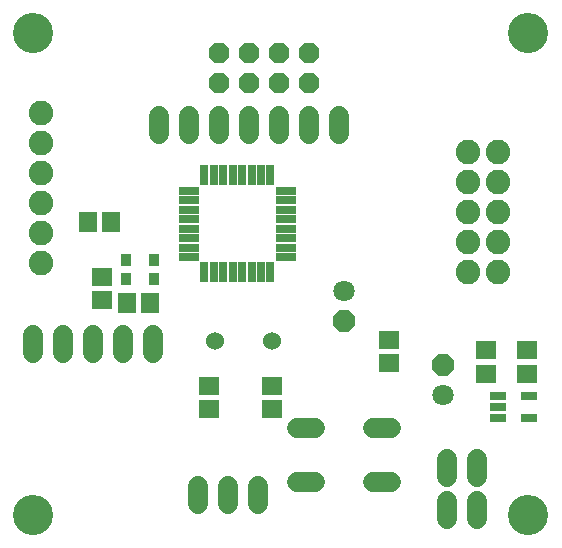
<source format=gts>
G75*
%MOIN*%
%OFA0B0*%
%FSLAX25Y25*%
%IPPOS*%
%LPD*%
%AMOC8*
5,1,8,0,0,1.08239X$1,22.5*
%
%ADD10C,0.13398*%
%ADD11R,0.02800X0.06600*%
%ADD12R,0.06600X0.02800*%
%ADD13R,0.07099X0.05918*%
%ADD14C,0.06000*%
%ADD15C,0.06800*%
%ADD16C,0.08200*%
%ADD17R,0.05918X0.07099*%
%ADD18OC8,0.07100*%
%ADD19C,0.07100*%
%ADD20OC8,0.06800*%
%ADD21R,0.03280X0.04068*%
%ADD22R,0.05524X0.02965*%
D10*
X0021478Y0013367D03*
X0186478Y0013367D03*
X0186478Y0173867D03*
X0021478Y0173867D03*
D11*
X0078478Y0126567D03*
X0081578Y0126567D03*
X0084778Y0126567D03*
X0087878Y0126567D03*
X0091078Y0126567D03*
X0094178Y0126567D03*
X0097378Y0126567D03*
X0100478Y0126567D03*
X0100478Y0094167D03*
X0097378Y0094167D03*
X0094178Y0094167D03*
X0091078Y0094167D03*
X0087878Y0094167D03*
X0084778Y0094167D03*
X0081578Y0094167D03*
X0078478Y0094167D03*
D12*
X0073278Y0099367D03*
X0073278Y0102467D03*
X0073278Y0105667D03*
X0073278Y0108767D03*
X0073278Y0111967D03*
X0073278Y0115067D03*
X0073278Y0118267D03*
X0073278Y0121367D03*
X0105678Y0121367D03*
X0105678Y0118267D03*
X0105678Y0115067D03*
X0105678Y0111967D03*
X0105678Y0108767D03*
X0105678Y0105667D03*
X0105678Y0102467D03*
X0105678Y0099367D03*
D13*
X0139978Y0071607D03*
X0139978Y0064127D03*
X0172478Y0060430D03*
X0172478Y0068304D03*
X0185978Y0068304D03*
X0185978Y0060430D03*
X0100978Y0056367D03*
X0100978Y0048493D03*
X0079978Y0048493D03*
X0079978Y0056367D03*
X0044478Y0084930D03*
X0044478Y0092804D03*
D14*
X0081978Y0071367D03*
X0100978Y0071367D03*
D15*
X0109178Y0042267D02*
X0115178Y0042267D01*
X0115178Y0024467D02*
X0109178Y0024467D01*
X0096478Y0022867D02*
X0096478Y0016867D01*
X0086478Y0016867D02*
X0086478Y0022867D01*
X0076478Y0022867D02*
X0076478Y0016867D01*
X0061478Y0067367D02*
X0061478Y0073367D01*
X0051478Y0073367D02*
X0051478Y0067367D01*
X0041478Y0067367D02*
X0041478Y0073367D01*
X0031478Y0073367D02*
X0031478Y0067367D01*
X0021478Y0067367D02*
X0021478Y0073367D01*
X0063478Y0140367D02*
X0063478Y0146367D01*
X0073478Y0146367D02*
X0073478Y0140367D01*
X0083478Y0140367D02*
X0083478Y0146367D01*
X0093478Y0146367D02*
X0093478Y0140367D01*
X0103478Y0140367D02*
X0103478Y0146367D01*
X0113478Y0146367D02*
X0113478Y0140367D01*
X0123478Y0140367D02*
X0123478Y0146367D01*
X0134778Y0042267D02*
X0140778Y0042267D01*
X0140778Y0024467D02*
X0134778Y0024467D01*
X0159478Y0025867D02*
X0159478Y0031867D01*
X0169478Y0031867D02*
X0169478Y0025867D01*
X0169478Y0017867D02*
X0169478Y0011867D01*
X0159478Y0011867D02*
X0159478Y0017867D01*
D16*
X0166478Y0094367D03*
X0166478Y0104367D03*
X0176478Y0104367D03*
X0176478Y0094367D03*
X0176478Y0114367D03*
X0166478Y0114367D03*
X0166478Y0124367D03*
X0176478Y0124367D03*
X0176478Y0134367D03*
X0166478Y0134367D03*
X0023978Y0137367D03*
X0023978Y0127367D03*
X0023978Y0117367D03*
X0023978Y0107367D03*
X0023978Y0097367D03*
X0023978Y0147367D03*
D17*
X0039541Y0110867D03*
X0047415Y0110867D03*
X0052738Y0083867D03*
X0060219Y0083867D03*
D18*
X0124978Y0077867D03*
X0157978Y0063367D03*
D19*
X0157978Y0053367D03*
X0124978Y0087867D03*
D20*
X0113478Y0157367D03*
X0103478Y0157367D03*
X0093478Y0157367D03*
X0083478Y0157367D03*
X0083478Y0167367D03*
X0093478Y0167367D03*
X0103478Y0167367D03*
X0113478Y0167367D03*
D21*
X0061506Y0098367D03*
X0061506Y0091867D03*
X0052451Y0091867D03*
X0052451Y0098367D03*
D22*
X0176360Y0053107D03*
X0176360Y0049367D03*
X0176360Y0045627D03*
X0186597Y0045627D03*
X0186597Y0053107D03*
M02*

</source>
